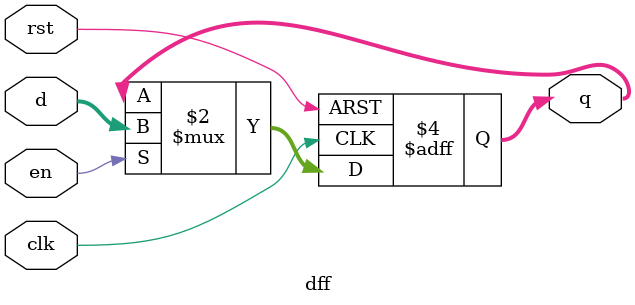
<source format=v>

`timescale 1ns/10ps
module dff(clk, rst, en, d, q);
    input clk, rst, en;
    input[15:0] d;
    output reg[15:0] q;

    always @(posedge clk or posedge rst) begin
        if(rst)
            q <= 16'b0000;
        else if(en)
            q <= d;
    end
endmodule
</source>
